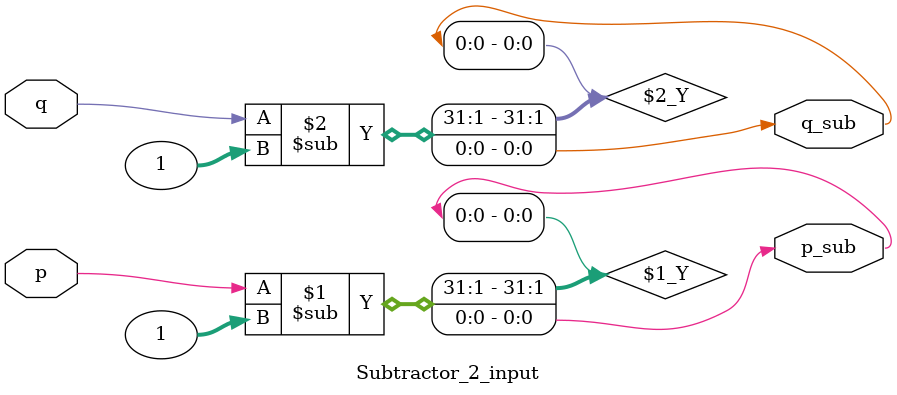
<source format=v>
module Subtractor_2_input(
  output p_sub,
  output q_sub,
  input p,
  input q);
  
  assign p_sub=p-1;
  assign q_sub=q-1;
endmodule

</source>
